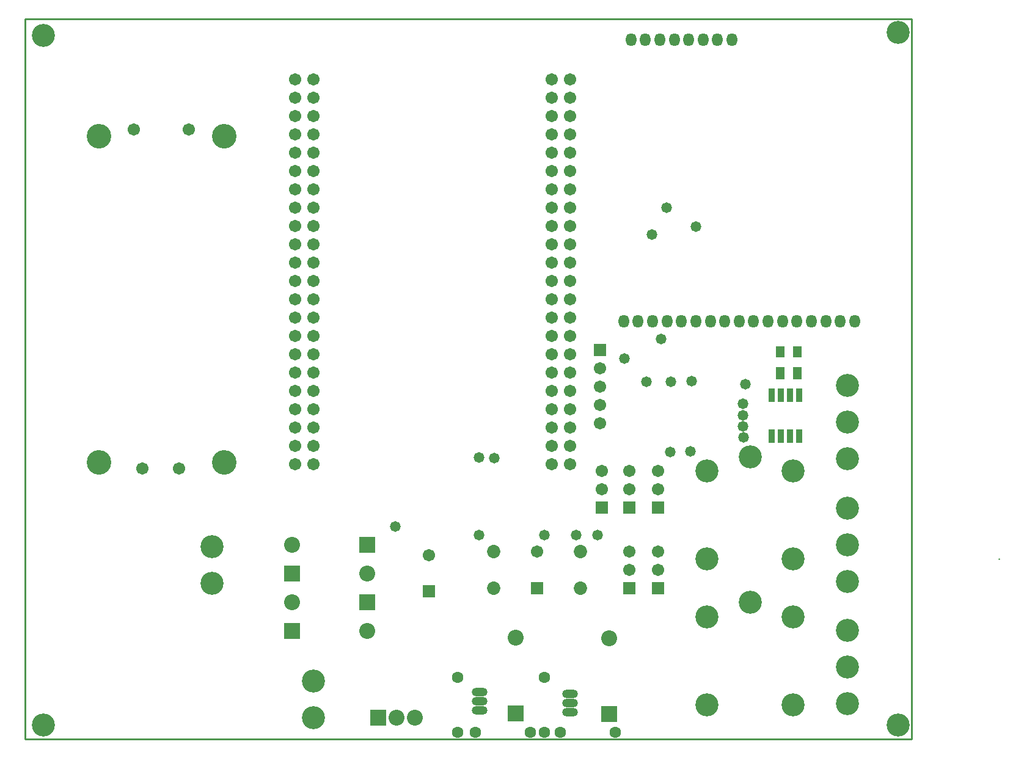
<source format=gts>
G04*
G04 #@! TF.GenerationSoftware,Altium Limited,Altium Designer,19.0.4 (130)*
G04*
G04 Layer_Color=8388736*
%FSLAX25Y25*%
%MOIN*%
G70*
G01*
G75*
%ADD11C,0.01000*%
%ADD19R,0.03300X0.07300*%
%ADD20R,0.04737X0.06509*%
%ADD21R,0.04737X0.06312*%
%ADD22C,0.06706*%
%ADD23C,0.12611*%
%ADD24C,0.06312*%
%ADD25C,0.08674*%
%ADD26R,0.08674X0.08674*%
%ADD27O,0.05800X0.07099*%
%ADD28R,0.06706X0.06706*%
%ADD29C,0.06706*%
%ADD30C,0.07296*%
%ADD31R,0.08674X0.08674*%
%ADD32O,0.08674X0.04737*%
%ADD33O,0.08674X0.04737*%
%ADD34C,0.13398*%
%ADD35C,0.05800*%
D11*
X-131500Y-500D02*
X346000D01*
X-137500D02*
X-131500D01*
X-137500D02*
X-137500Y-393500D01*
X346000D01*
Y-500D01*
X393701Y-295276D02*
X393701Y-295276D01*
D19*
X284850Y-205709D02*
D03*
X279850D02*
D03*
X274850D02*
D03*
X269850D02*
D03*
X284850Y-228150D02*
D03*
X279850D02*
D03*
X274850D02*
D03*
X269850D02*
D03*
D20*
X274338Y-193898D02*
D03*
X283787D02*
D03*
D21*
X283850Y-182087D02*
D03*
X274401D02*
D03*
D22*
X-53500Y-246000D02*
D03*
X-73500D02*
D03*
X-48264Y-60961D02*
D03*
X-78264D02*
D03*
X9685Y-33521D02*
D03*
Y-43523D02*
D03*
Y-53525D02*
D03*
Y-63526D02*
D03*
Y-73528D02*
D03*
Y-83530D02*
D03*
Y-93532D02*
D03*
Y-103534D02*
D03*
Y-113536D02*
D03*
Y-123538D02*
D03*
Y-133539D02*
D03*
Y-143541D02*
D03*
Y-153543D02*
D03*
Y-163545D02*
D03*
Y-173547D02*
D03*
Y-183549D02*
D03*
Y-193551D02*
D03*
Y-203553D02*
D03*
Y-213554D02*
D03*
Y-223556D02*
D03*
Y-233558D02*
D03*
Y-243560D02*
D03*
X19685Y-33521D02*
D03*
Y-43523D02*
D03*
Y-53525D02*
D03*
Y-63526D02*
D03*
Y-73528D02*
D03*
Y-83530D02*
D03*
Y-93532D02*
D03*
Y-103534D02*
D03*
Y-113536D02*
D03*
Y-123538D02*
D03*
Y-133540D02*
D03*
Y-143541D02*
D03*
Y-153543D02*
D03*
Y-163545D02*
D03*
Y-173547D02*
D03*
Y-183549D02*
D03*
Y-193551D02*
D03*
Y-203553D02*
D03*
Y-213555D02*
D03*
Y-223556D02*
D03*
Y-233558D02*
D03*
Y-243560D02*
D03*
X149606Y-33521D02*
D03*
Y-43523D02*
D03*
Y-53525D02*
D03*
Y-63526D02*
D03*
Y-73528D02*
D03*
Y-83530D02*
D03*
Y-93532D02*
D03*
Y-103534D02*
D03*
Y-113536D02*
D03*
Y-123538D02*
D03*
Y-133540D02*
D03*
Y-143541D02*
D03*
Y-153543D02*
D03*
Y-163545D02*
D03*
Y-173547D02*
D03*
Y-183549D02*
D03*
Y-193551D02*
D03*
Y-203553D02*
D03*
Y-213555D02*
D03*
Y-223556D02*
D03*
Y-233558D02*
D03*
Y-243560D02*
D03*
X159606Y-33521D02*
D03*
Y-43523D02*
D03*
Y-53525D02*
D03*
Y-63527D02*
D03*
Y-73528D02*
D03*
Y-83530D02*
D03*
Y-93532D02*
D03*
Y-103534D02*
D03*
Y-113536D02*
D03*
Y-123538D02*
D03*
Y-133540D02*
D03*
Y-143541D02*
D03*
Y-153543D02*
D03*
Y-163545D02*
D03*
Y-173547D02*
D03*
Y-183549D02*
D03*
Y-193551D02*
D03*
Y-203553D02*
D03*
Y-213555D02*
D03*
Y-223556D02*
D03*
Y-233558D02*
D03*
Y-243560D02*
D03*
X141732Y-291339D02*
D03*
X175957Y-191102D02*
D03*
Y-201102D02*
D03*
Y-211102D02*
D03*
Y-221102D02*
D03*
X207677Y-257047D02*
D03*
Y-247047D02*
D03*
X177165Y-257047D02*
D03*
Y-247047D02*
D03*
X191929Y-257047D02*
D03*
Y-247047D02*
D03*
Y-301024D02*
D03*
Y-291024D02*
D03*
X207677Y-301024D02*
D03*
Y-291024D02*
D03*
D23*
X-35500Y-288500D02*
D03*
Y-308480D02*
D03*
X311024Y-220472D02*
D03*
Y-240472D02*
D03*
Y-200472D02*
D03*
Y-287402D02*
D03*
Y-267402D02*
D03*
Y-307402D02*
D03*
Y-354331D02*
D03*
Y-334331D02*
D03*
Y-374331D02*
D03*
X257874Y-318898D02*
D03*
X281496Y-326772D02*
D03*
X234252D02*
D03*
X281496Y-374803D02*
D03*
X234252D02*
D03*
X257874Y-239370D02*
D03*
X281496Y-247244D02*
D03*
X234252D02*
D03*
X281496Y-295276D02*
D03*
X234252D02*
D03*
X19685Y-381890D02*
D03*
Y-361910D02*
D03*
X338700Y-386000D02*
D03*
Y-8000D02*
D03*
X-127500Y-386000D02*
D03*
Y-9500D02*
D03*
D24*
X145669Y-359803D02*
D03*
Y-389803D02*
D03*
X154291Y-389764D02*
D03*
X184291D02*
D03*
X98425Y-359803D02*
D03*
Y-389803D02*
D03*
X108110Y-389764D02*
D03*
X138110D02*
D03*
D25*
X49055Y-334646D02*
D03*
X7874Y-318898D02*
D03*
X49055Y-303150D02*
D03*
X7874Y-287402D02*
D03*
X75118Y-381890D02*
D03*
X65118D02*
D03*
X181102Y-338583D02*
D03*
X129921Y-338287D02*
D03*
D26*
X7874Y-334646D02*
D03*
X49055Y-318898D02*
D03*
X7874Y-303150D02*
D03*
X49055Y-287402D02*
D03*
X55118Y-381890D02*
D03*
D27*
X188976Y-165354D02*
D03*
X196850Y-165354D02*
D03*
X204724D02*
D03*
X212598D02*
D03*
X220472D02*
D03*
X228346D02*
D03*
X236221D02*
D03*
X244094D02*
D03*
X251969D02*
D03*
X259842D02*
D03*
X267717D02*
D03*
X275590D02*
D03*
X283465D02*
D03*
X291339D02*
D03*
X299213D02*
D03*
X307087D02*
D03*
X314961D02*
D03*
X248031Y-11811D02*
D03*
X240158D02*
D03*
X232283D02*
D03*
X224410D02*
D03*
X216535D02*
D03*
X208661D02*
D03*
X200787D02*
D03*
X192913D02*
D03*
D28*
X141732Y-311024D02*
D03*
X82677Y-312992D02*
D03*
X175957Y-181102D02*
D03*
X207677Y-267047D02*
D03*
X177165D02*
D03*
X191929D02*
D03*
Y-311024D02*
D03*
X207677D02*
D03*
D29*
X82677Y-293307D02*
D03*
D30*
X165354Y-311339D02*
D03*
Y-291339D02*
D03*
X118110Y-311024D02*
D03*
Y-291024D02*
D03*
D31*
X181102Y-379764D02*
D03*
X129921Y-379468D02*
D03*
D32*
X159606Y-369016D02*
D03*
Y-374016D02*
D03*
X110236Y-367953D02*
D03*
Y-372953D02*
D03*
D33*
X159606Y-379016D02*
D03*
X110236Y-377953D02*
D03*
D34*
X-97398Y-242457D02*
D03*
X-28894D02*
D03*
Y-64504D02*
D03*
X-97398D02*
D03*
D35*
X212466Y-103666D02*
D03*
X228300Y-114000D02*
D03*
X204200Y-118300D02*
D03*
X189400Y-185700D02*
D03*
X201500Y-198400D02*
D03*
X118400Y-240200D02*
D03*
X163100Y-282100D02*
D03*
X145669D02*
D03*
X174800D02*
D03*
X110100Y-239900D02*
D03*
Y-282100D02*
D03*
X209400Y-175200D02*
D03*
X226100Y-198200D02*
D03*
X214800Y-198500D02*
D03*
X225500Y-236500D02*
D03*
X214400Y-236800D02*
D03*
X64400Y-277600D02*
D03*
X254300Y-228700D02*
D03*
X254100Y-222700D02*
D03*
X254000Y-216700D02*
D03*
X253937Y-210630D02*
D03*
X255288Y-199803D02*
D03*
M02*

</source>
